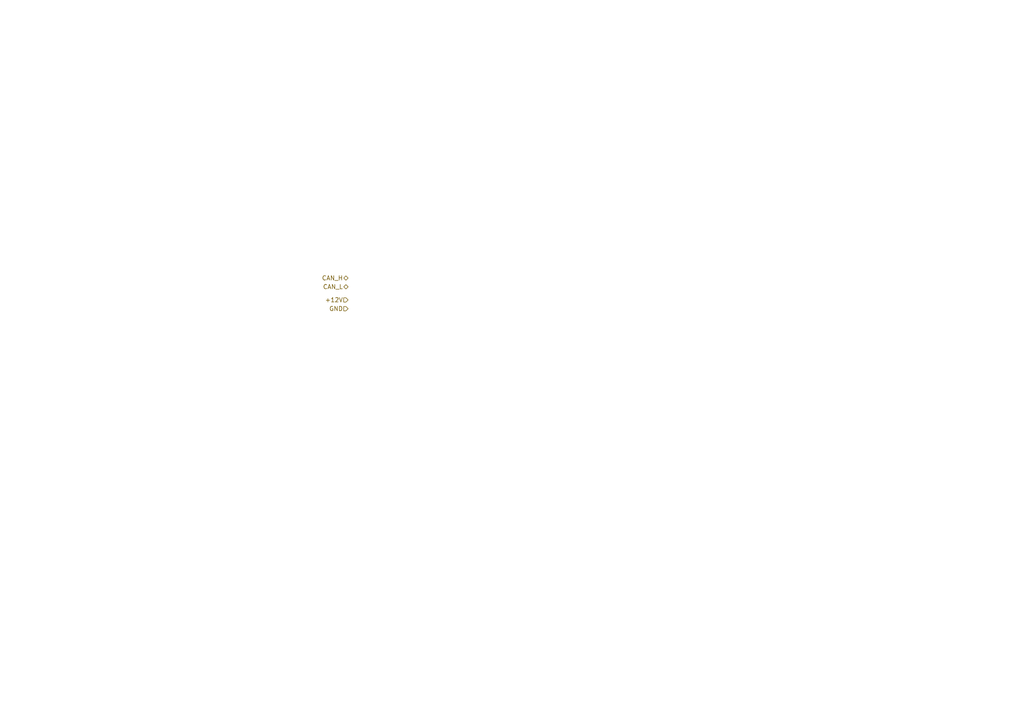
<source format=kicad_sch>
(kicad_sch (version 20230121) (generator eeschema)
  (paper "A4")
  (lib_symbols)
  (hierarchical_label "CAN_H" (shape bidirectional) (at 100.965 80.645 180))
  (hierarchical_label "CAN_L" (shape bidirectional) (at 100.965 83.185 180))
  (hierarchical_label "+12V" (shape input) (at 100.965 86.995 180))
  (hierarchical_label "GND" (shape input) (at 100.965 89.535 180))
)
</source>
